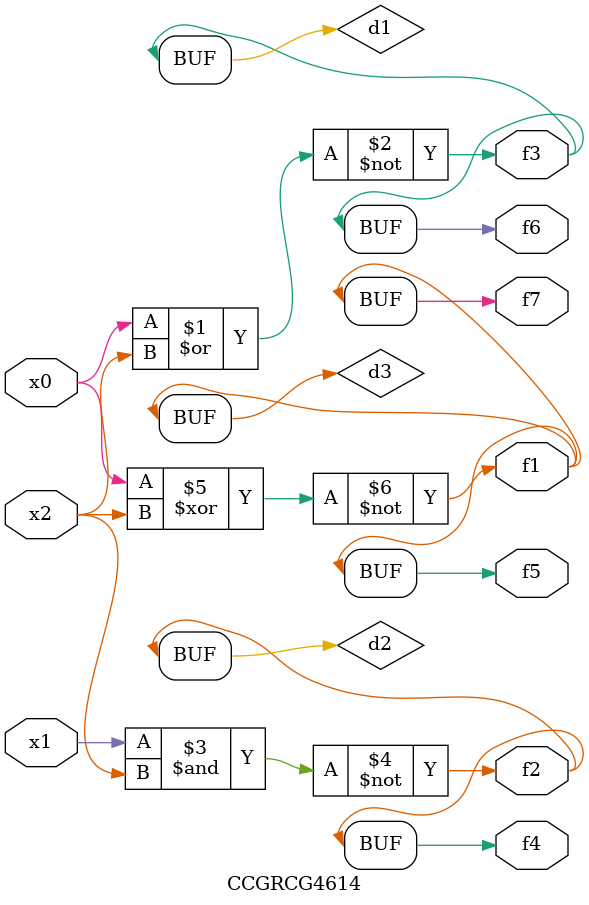
<source format=v>
module CCGRCG4614(
	input x0, x1, x2,
	output f1, f2, f3, f4, f5, f6, f7
);

	wire d1, d2, d3;

	nor (d1, x0, x2);
	nand (d2, x1, x2);
	xnor (d3, x0, x2);
	assign f1 = d3;
	assign f2 = d2;
	assign f3 = d1;
	assign f4 = d2;
	assign f5 = d3;
	assign f6 = d1;
	assign f7 = d3;
endmodule

</source>
